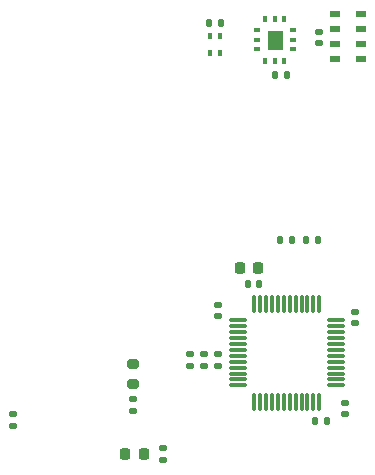
<source format=gbr>
%TF.GenerationSoftware,KiCad,Pcbnew,9.0.0*%
%TF.CreationDate,2025-02-22T16:22:58-05:00*%
%TF.ProjectId,SensorModuleBreakout,53656e73-6f72-44d6-9f64-756c65427265,rev?*%
%TF.SameCoordinates,Original*%
%TF.FileFunction,Paste,Top*%
%TF.FilePolarity,Positive*%
%FSLAX46Y46*%
G04 Gerber Fmt 4.6, Leading zero omitted, Abs format (unit mm)*
G04 Created by KiCad (PCBNEW 9.0.0) date 2025-02-22 16:22:58*
%MOMM*%
%LPD*%
G01*
G04 APERTURE LIST*
G04 Aperture macros list*
%AMRoundRect*
0 Rectangle with rounded corners*
0 $1 Rounding radius*
0 $2 $3 $4 $5 $6 $7 $8 $9 X,Y pos of 4 corners*
0 Add a 4 corners polygon primitive as box body*
4,1,4,$2,$3,$4,$5,$6,$7,$8,$9,$2,$3,0*
0 Add four circle primitives for the rounded corners*
1,1,$1+$1,$2,$3*
1,1,$1+$1,$4,$5*
1,1,$1+$1,$6,$7*
1,1,$1+$1,$8,$9*
0 Add four rect primitives between the rounded corners*
20,1,$1+$1,$2,$3,$4,$5,0*
20,1,$1+$1,$4,$5,$6,$7,0*
20,1,$1+$1,$6,$7,$8,$9,0*
20,1,$1+$1,$8,$9,$2,$3,0*%
G04 Aperture macros list end*
%ADD10C,0.010000*%
%ADD11R,0.950000X0.550000*%
%ADD12R,0.550000X0.300000*%
%ADD13R,0.300000X0.550000*%
%ADD14RoundRect,0.075000X-0.662500X-0.075000X0.662500X-0.075000X0.662500X0.075000X-0.662500X0.075000X0*%
%ADD15RoundRect,0.075000X-0.075000X-0.662500X0.075000X-0.662500X0.075000X0.662500X-0.075000X0.662500X0*%
%ADD16RoundRect,0.135000X-0.185000X0.135000X-0.185000X-0.135000X0.185000X-0.135000X0.185000X0.135000X0*%
%ADD17R,0.300000X0.500000*%
%ADD18RoundRect,0.225000X-0.225000X-0.250000X0.225000X-0.250000X0.225000X0.250000X-0.225000X0.250000X0*%
%ADD19RoundRect,0.218750X-0.218750X-0.256250X0.218750X-0.256250X0.218750X0.256250X-0.218750X0.256250X0*%
%ADD20RoundRect,0.140000X0.140000X0.170000X-0.140000X0.170000X-0.140000X-0.170000X0.140000X-0.170000X0*%
%ADD21RoundRect,0.135000X-0.135000X-0.185000X0.135000X-0.185000X0.135000X0.185000X-0.135000X0.185000X0*%
%ADD22RoundRect,0.140000X-0.170000X0.140000X-0.170000X-0.140000X0.170000X-0.140000X0.170000X0.140000X0*%
%ADD23RoundRect,0.135000X0.185000X-0.135000X0.185000X0.135000X-0.185000X0.135000X-0.185000X-0.135000X0*%
%ADD24RoundRect,0.135000X0.135000X0.185000X-0.135000X0.185000X-0.135000X-0.185000X0.135000X-0.185000X0*%
%ADD25RoundRect,0.200000X-0.275000X0.200000X-0.275000X-0.200000X0.275000X-0.200000X0.275000X0.200000X0*%
%ADD26RoundRect,0.140000X-0.140000X-0.170000X0.140000X-0.170000X0.140000X0.170000X-0.140000X0.170000X0*%
%ADD27RoundRect,0.140000X0.170000X-0.140000X0.170000X0.140000X-0.170000X0.140000X-0.170000X-0.140000X0*%
G04 APERTURE END LIST*
D10*
%TO.C,U3*%
X130570000Y-62730000D02*
X129430000Y-62730000D01*
X129430000Y-61270000D01*
X130570000Y-61270000D01*
X130570000Y-62730000D01*
G36*
X130570000Y-62730000D02*
G01*
X129430000Y-62730000D01*
X129430000Y-61270000D01*
X130570000Y-61270000D01*
X130570000Y-62730000D01*
G37*
%TD*%
D11*
%TO.C,U5*%
X135125000Y-59847500D03*
X135125000Y-61097500D03*
X135125000Y-62347500D03*
X135125000Y-63597500D03*
X137275000Y-63597500D03*
X137275000Y-62347500D03*
X137275000Y-61097500D03*
X137275000Y-59847500D03*
%TD*%
D12*
%TO.C,U3*%
X128475000Y-61200000D03*
X128475000Y-62000000D03*
X128475000Y-62800000D03*
D13*
X129200000Y-63775000D03*
X130000000Y-63775000D03*
X130800000Y-63775000D03*
D12*
X131525000Y-62800000D03*
X131525000Y-62000000D03*
X131525000Y-61200000D03*
D13*
X130800000Y-60225000D03*
X130000000Y-60225000D03*
X129200000Y-60225000D03*
%TD*%
D14*
%TO.C,U1*%
X126837500Y-85750000D03*
X126837500Y-86250000D03*
X126837500Y-86750000D03*
X126837500Y-87250000D03*
X126837500Y-87750000D03*
X126837500Y-88250000D03*
X126837500Y-88750000D03*
X126837500Y-89250000D03*
X126837500Y-89750000D03*
X126837500Y-90250000D03*
X126837500Y-90750000D03*
X126837500Y-91250000D03*
D15*
X128250000Y-92662500D03*
X128750000Y-92662500D03*
X129250000Y-92662500D03*
X129750000Y-92662500D03*
X130250000Y-92662500D03*
X130750000Y-92662500D03*
X131250000Y-92662500D03*
X131750000Y-92662500D03*
X132250000Y-92662500D03*
X132750000Y-92662500D03*
X133250000Y-92662500D03*
X133750000Y-92662500D03*
D14*
X135162500Y-91250000D03*
X135162500Y-90750000D03*
X135162500Y-90250000D03*
X135162500Y-89750000D03*
X135162500Y-89250000D03*
X135162500Y-88750000D03*
X135162500Y-88250000D03*
X135162500Y-87750000D03*
X135162500Y-87250000D03*
X135162500Y-86750000D03*
X135162500Y-86250000D03*
X135162500Y-85750000D03*
D15*
X133750000Y-84337500D03*
X133250000Y-84337500D03*
X132750000Y-84337500D03*
X132250000Y-84337500D03*
X131750000Y-84337500D03*
X131250000Y-84337500D03*
X130750000Y-84337500D03*
X130250000Y-84337500D03*
X129750000Y-84337500D03*
X129250000Y-84337500D03*
X128750000Y-84337500D03*
X128250000Y-84337500D03*
%TD*%
D16*
%TO.C,R6*%
X120500000Y-96590000D03*
X120500000Y-97610000D03*
%TD*%
D17*
%TO.C,U2*%
X124525000Y-63100000D03*
X125325000Y-63100000D03*
X125325000Y-61700000D03*
X124525000Y-61700000D03*
%TD*%
D18*
%TO.C,C1*%
X127025000Y-81300000D03*
X128575000Y-81300000D03*
%TD*%
D19*
%TO.C,D1*%
X117312500Y-97100000D03*
X118887500Y-97100000D03*
%TD*%
D20*
%TO.C,C9*%
X125405000Y-60600000D03*
X124445000Y-60600000D03*
%TD*%
%TO.C,C4*%
X134380000Y-94250000D03*
X133420000Y-94250000D03*
%TD*%
D21*
%TO.C,R2*%
X132650000Y-78900000D03*
X133670000Y-78900000D03*
%TD*%
D16*
%TO.C,R5*%
X117950000Y-92390000D03*
X117950000Y-93410000D03*
%TD*%
D22*
%TO.C,C12*%
X135950000Y-92720000D03*
X135950000Y-93680000D03*
%TD*%
D23*
%TO.C,R1*%
X107800000Y-94660000D03*
X107800000Y-93640000D03*
%TD*%
D24*
%TO.C,R3*%
X131470000Y-78900000D03*
X130450000Y-78900000D03*
%TD*%
D25*
%TO.C,R4*%
X117950000Y-89475000D03*
X117950000Y-91125000D03*
%TD*%
D26*
%TO.C,C2*%
X127720000Y-82700000D03*
X128680000Y-82700000D03*
%TD*%
D27*
%TO.C,C8*%
X122800000Y-89580000D03*
X122800000Y-88620000D03*
%TD*%
D20*
%TO.C,C10*%
X131005000Y-65000000D03*
X130045000Y-65000000D03*
%TD*%
D22*
%TO.C,C3*%
X136800000Y-85020000D03*
X136800000Y-85980000D03*
%TD*%
D27*
%TO.C,C7*%
X124000000Y-89580000D03*
X124000000Y-88620000D03*
%TD*%
D22*
%TO.C,C11*%
X133750000Y-61320000D03*
X133750000Y-62280000D03*
%TD*%
D27*
%TO.C,C6*%
X125200000Y-89580000D03*
X125200000Y-88620000D03*
%TD*%
%TO.C,C5*%
X125200000Y-85380000D03*
X125200000Y-84420000D03*
%TD*%
M02*

</source>
